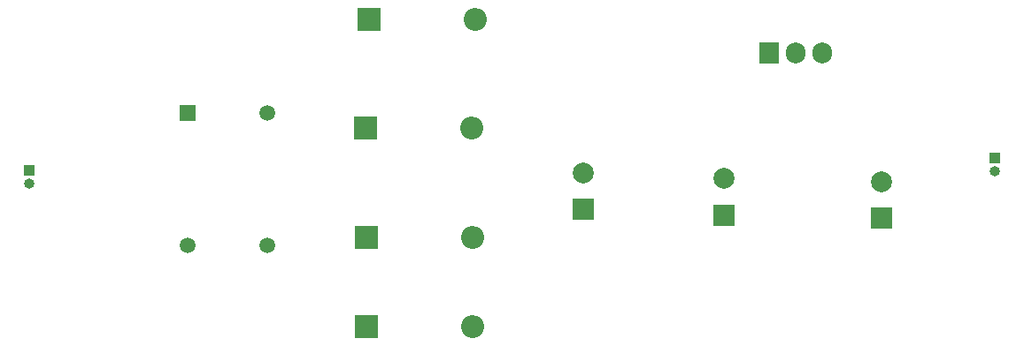
<source format=gbs>
%TF.GenerationSoftware,KiCad,Pcbnew,(6.0.4)*%
%TF.CreationDate,2022-07-31T01:39:18+05:30*%
%TF.ProjectId,DC-POWER-SUPPLY,44432d50-4f57-4455-922d-535550504c59,rev?*%
%TF.SameCoordinates,Original*%
%TF.FileFunction,Soldermask,Bot*%
%TF.FilePolarity,Negative*%
%FSLAX46Y46*%
G04 Gerber Fmt 4.6, Leading zero omitted, Abs format (unit mm)*
G04 Created by KiCad (PCBNEW (6.0.4)) date 2022-07-31 01:39:18*
%MOMM*%
%LPD*%
G01*
G04 APERTURE LIST*
%ADD10R,2.000000X2.000000*%
%ADD11C,2.000000*%
%ADD12R,1.000000X1.000000*%
%ADD13O,1.000000X1.000000*%
%ADD14R,2.200000X2.200000*%
%ADD15O,2.200000X2.200000*%
%ADD16R,1.905000X2.000000*%
%ADD17O,1.905000X2.000000*%
%ADD18R,1.520000X1.520000*%
%ADD19C,1.520000*%
G04 APERTURE END LIST*
D10*
%TO.C,C3*%
X169672000Y-54808000D03*
D11*
X169672000Y-51308000D03*
%TD*%
D10*
%TO.C,C2*%
X141097000Y-53919000D03*
D11*
X141097000Y-50419000D03*
%TD*%
%TO.C,C1*%
X154559000Y-50983000D03*
D10*
X154559000Y-54483000D03*
%TD*%
D12*
%TO.C,J2*%
X180467000Y-49022000D03*
D13*
X180467000Y-50292000D03*
%TD*%
D12*
%TO.C,J1*%
X88138000Y-50165000D03*
D13*
X88138000Y-51435000D03*
%TD*%
D14*
%TO.C,D4*%
X120396000Y-65151000D03*
D15*
X130556000Y-65151000D03*
%TD*%
D14*
%TO.C,D3*%
X120396000Y-56642000D03*
D15*
X130556000Y-56642000D03*
%TD*%
%TO.C,D2*%
X130429000Y-46101000D03*
D14*
X120269000Y-46101000D03*
%TD*%
D15*
%TO.C,D1*%
X130810000Y-35687000D03*
D14*
X120650000Y-35687000D03*
%TD*%
D16*
%TO.C,U1*%
X158877000Y-38918000D03*
D17*
X161417000Y-38918000D03*
X163957000Y-38918000D03*
%TD*%
D18*
%TO.C,T1*%
X103251000Y-44704000D03*
D19*
X110871000Y-44704000D03*
X110871000Y-57404000D03*
X103251000Y-57404000D03*
%TD*%
M02*

</source>
